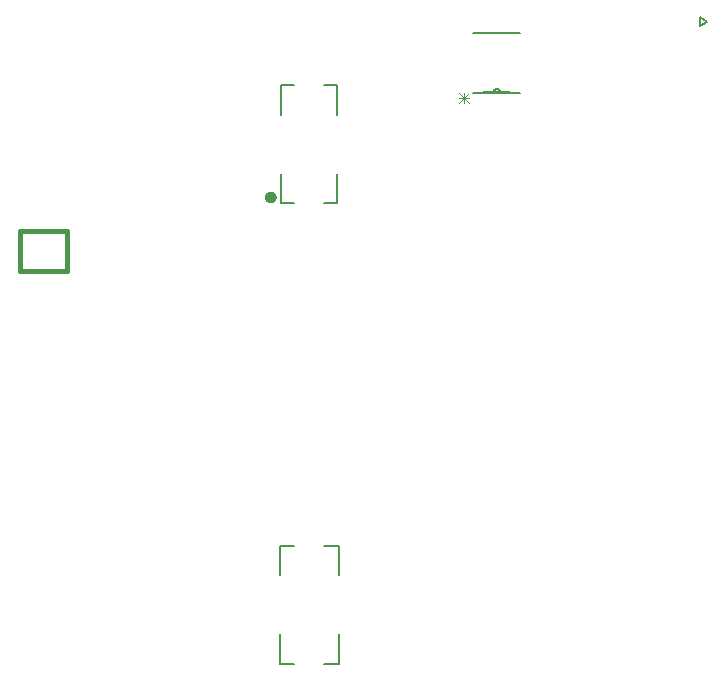
<source format=gbo>
G75*
%MOIN*%
%OFA0B0*%
%FSLAX25Y25*%
%IPPOS*%
%LPD*%
%AMOC8*
5,1,8,0,0,1.08239X$1,22.5*
%
%ADD10C,0.00600*%
%ADD11C,0.00300*%
%ADD12C,0.00500*%
%ADD13C,0.00700*%
%ADD14C,0.01969*%
%ADD15C,0.01600*%
D10*
X0291624Y0352960D02*
X0298324Y0352960D01*
X0300724Y0352960D01*
X0307424Y0352960D01*
X0304124Y0353060D02*
X0298324Y0353060D01*
X0294924Y0353060D01*
X0298324Y0353060D02*
X0298329Y0353128D01*
X0298338Y0353196D01*
X0298350Y0353264D01*
X0298367Y0353330D01*
X0298387Y0353396D01*
X0298411Y0353460D01*
X0298438Y0353523D01*
X0298469Y0353584D01*
X0298504Y0353644D01*
X0298542Y0353701D01*
X0298583Y0353756D01*
X0298627Y0353808D01*
X0298674Y0353858D01*
X0298724Y0353905D01*
X0298776Y0353950D01*
X0298831Y0353991D01*
X0298888Y0354029D01*
X0298947Y0354063D01*
X0299008Y0354095D01*
X0299071Y0354122D01*
X0299135Y0354146D01*
X0299201Y0354167D01*
X0299267Y0354183D01*
X0299335Y0354196D01*
X0299403Y0354205D01*
X0299471Y0354210D01*
X0299540Y0354211D01*
X0299608Y0354208D01*
X0299677Y0354201D01*
X0299744Y0354191D01*
X0299811Y0354176D01*
X0299877Y0354158D01*
X0299942Y0354136D01*
X0300006Y0354110D01*
X0300068Y0354081D01*
X0300128Y0354048D01*
X0300186Y0354012D01*
X0300243Y0353972D01*
X0300296Y0353930D01*
X0300348Y0353884D01*
X0300396Y0353836D01*
X0300442Y0353785D01*
X0300485Y0353731D01*
X0300524Y0353675D01*
X0300561Y0353617D01*
X0300593Y0353557D01*
X0300623Y0353495D01*
X0300649Y0353431D01*
X0300671Y0353366D01*
X0300689Y0353300D01*
X0300704Y0353233D01*
X0300715Y0353165D01*
X0300722Y0353097D01*
X0300725Y0353029D01*
X0300724Y0352960D01*
X0300722Y0353029D01*
X0300716Y0353097D01*
X0300706Y0353165D01*
X0300693Y0353232D01*
X0300675Y0353298D01*
X0300654Y0353363D01*
X0300629Y0353427D01*
X0300601Y0353489D01*
X0300569Y0353550D01*
X0300534Y0353609D01*
X0300495Y0353665D01*
X0300453Y0353720D01*
X0300408Y0353771D01*
X0300360Y0353821D01*
X0300310Y0353867D01*
X0300257Y0353910D01*
X0300201Y0353951D01*
X0300144Y0353988D01*
X0300084Y0354021D01*
X0300022Y0354052D01*
X0299959Y0354078D01*
X0299895Y0354101D01*
X0299829Y0354121D01*
X0299762Y0354136D01*
X0299695Y0354148D01*
X0299627Y0354156D01*
X0299558Y0354160D01*
X0299490Y0354160D01*
X0299421Y0354156D01*
X0299353Y0354148D01*
X0299286Y0354136D01*
X0299219Y0354121D01*
X0299153Y0354101D01*
X0299089Y0354078D01*
X0299026Y0354052D01*
X0298964Y0354021D01*
X0298904Y0353988D01*
X0298847Y0353951D01*
X0298791Y0353910D01*
X0298738Y0353867D01*
X0298688Y0353821D01*
X0298640Y0353771D01*
X0298595Y0353720D01*
X0298553Y0353665D01*
X0298514Y0353609D01*
X0298479Y0353550D01*
X0298447Y0353489D01*
X0298419Y0353427D01*
X0298394Y0353363D01*
X0298373Y0353298D01*
X0298355Y0353232D01*
X0298342Y0353165D01*
X0298332Y0353097D01*
X0298326Y0353029D01*
X0298324Y0352960D01*
X0294924Y0372660D02*
X0304124Y0372660D01*
X0307424Y0372760D02*
X0291624Y0372760D01*
X0367162Y0375035D02*
X0369524Y0376610D01*
X0367162Y0378185D01*
X0367162Y0375035D01*
D11*
X0290210Y0352726D02*
X0287074Y0349590D01*
X0290210Y0352726D01*
X0288642Y0352726D02*
X0288642Y0349590D01*
X0288642Y0352726D01*
X0287074Y0352726D02*
X0290210Y0349590D01*
X0287074Y0352726D01*
X0287074Y0351158D02*
X0290210Y0351158D01*
X0287074Y0351158D01*
D12*
X0227162Y0172319D02*
X0227162Y0162476D01*
X0232083Y0162476D01*
X0241926Y0162476D02*
X0246847Y0162476D01*
X0246847Y0172319D01*
X0246847Y0192004D02*
X0246847Y0201846D01*
X0241926Y0201846D01*
X0232083Y0201846D02*
X0227162Y0201846D01*
X0227162Y0192004D01*
D13*
X0227753Y0316020D02*
X0227753Y0325862D01*
X0227753Y0316020D02*
X0232083Y0316020D01*
X0241926Y0316020D02*
X0246257Y0316020D01*
X0246257Y0325862D01*
X0246257Y0345547D02*
X0246257Y0355390D01*
X0241926Y0355390D01*
X0232083Y0355390D02*
X0227753Y0355390D01*
X0227753Y0345547D01*
D14*
X0223225Y0317988D02*
X0223227Y0318050D01*
X0223233Y0318113D01*
X0223243Y0318174D01*
X0223257Y0318235D01*
X0223274Y0318295D01*
X0223295Y0318354D01*
X0223321Y0318411D01*
X0223349Y0318466D01*
X0223381Y0318520D01*
X0223417Y0318571D01*
X0223455Y0318621D01*
X0223497Y0318667D01*
X0223541Y0318711D01*
X0223589Y0318752D01*
X0223638Y0318790D01*
X0223690Y0318824D01*
X0223744Y0318855D01*
X0223800Y0318883D01*
X0223858Y0318907D01*
X0223917Y0318928D01*
X0223977Y0318944D01*
X0224038Y0318957D01*
X0224100Y0318966D01*
X0224162Y0318971D01*
X0224225Y0318972D01*
X0224287Y0318969D01*
X0224349Y0318962D01*
X0224411Y0318951D01*
X0224471Y0318936D01*
X0224531Y0318918D01*
X0224589Y0318896D01*
X0224646Y0318870D01*
X0224701Y0318840D01*
X0224754Y0318807D01*
X0224805Y0318771D01*
X0224853Y0318732D01*
X0224899Y0318689D01*
X0224942Y0318644D01*
X0224982Y0318596D01*
X0225019Y0318546D01*
X0225053Y0318493D01*
X0225084Y0318439D01*
X0225110Y0318383D01*
X0225134Y0318325D01*
X0225153Y0318265D01*
X0225169Y0318205D01*
X0225181Y0318143D01*
X0225189Y0318082D01*
X0225193Y0318019D01*
X0225193Y0317957D01*
X0225189Y0317894D01*
X0225181Y0317833D01*
X0225169Y0317771D01*
X0225153Y0317711D01*
X0225134Y0317651D01*
X0225110Y0317593D01*
X0225084Y0317537D01*
X0225053Y0317483D01*
X0225019Y0317430D01*
X0224982Y0317380D01*
X0224942Y0317332D01*
X0224899Y0317287D01*
X0224853Y0317244D01*
X0224805Y0317205D01*
X0224754Y0317169D01*
X0224701Y0317136D01*
X0224646Y0317106D01*
X0224589Y0317080D01*
X0224531Y0317058D01*
X0224471Y0317040D01*
X0224411Y0317025D01*
X0224349Y0317014D01*
X0224287Y0317007D01*
X0224225Y0317004D01*
X0224162Y0317005D01*
X0224100Y0317010D01*
X0224038Y0317019D01*
X0223977Y0317032D01*
X0223917Y0317048D01*
X0223858Y0317069D01*
X0223800Y0317093D01*
X0223744Y0317121D01*
X0223690Y0317152D01*
X0223638Y0317186D01*
X0223589Y0317224D01*
X0223541Y0317265D01*
X0223497Y0317309D01*
X0223455Y0317355D01*
X0223417Y0317405D01*
X0223381Y0317456D01*
X0223349Y0317510D01*
X0223321Y0317565D01*
X0223295Y0317622D01*
X0223274Y0317681D01*
X0223257Y0317741D01*
X0223243Y0317802D01*
X0223233Y0317863D01*
X0223227Y0317926D01*
X0223225Y0317988D01*
D15*
X0156296Y0306965D02*
X0156296Y0293579D01*
X0140548Y0293579D01*
X0140548Y0306965D01*
X0156296Y0306965D01*
M02*

</source>
